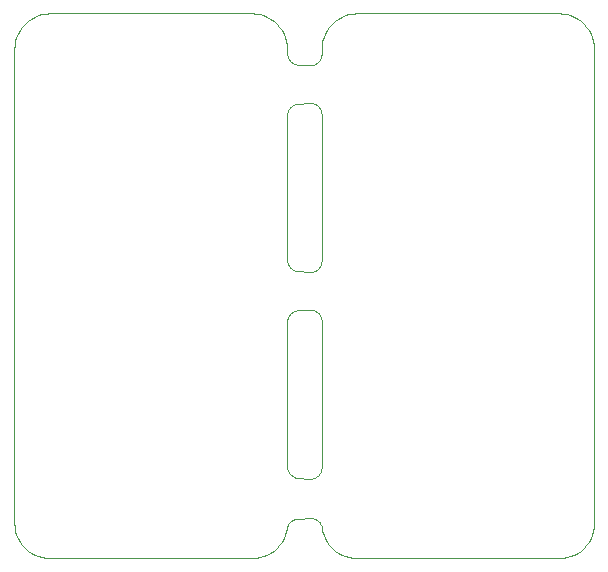
<source format=gko>
%MOIN*%
%OFA0B0*%
%FSLAX36Y36*%
%IPPOS*%
%LPD*%
%ADD10C,0*%
D10*
X000946910Y000132789D02*
X000946910Y000132789D01*
X000947442Y000135384D01*
X000948147Y000137938D01*
X000949022Y000140439D01*
X000950063Y000142876D01*
X000951266Y000145237D01*
X000952624Y000147511D01*
X000954133Y000149689D01*
X000955785Y000151761D01*
X000957572Y000153717D01*
X000959487Y000155548D01*
X000961521Y000157246D01*
X000963664Y000158804D01*
X000965908Y000160213D01*
X000968241Y000161469D01*
X000970653Y000162565D01*
X000973133Y000163497D01*
X000975671Y000164259D01*
X000978254Y000164849D01*
X000980871Y000165264D01*
X000983510Y000165502D01*
X001023878Y000167776D01*
X001026748Y000167833D01*
X001029615Y000167681D01*
X001032463Y000167320D01*
X001035277Y000166752D01*
X001038043Y000165981D01*
X001040745Y000165010D01*
X001043369Y000163845D01*
X001045901Y000162492D01*
X001048328Y000160958D01*
X001050636Y000159251D01*
X001052814Y000157381D01*
X001054850Y000155357D01*
X001056733Y000153189D01*
X001058453Y000150891D01*
X001060001Y000148473D01*
X001061369Y000145948D01*
X001062549Y000143331D01*
X001063535Y000140635D01*
X001064322Y000137874D01*
X001064906Y000135063D01*
X001064906Y000135063D01*
X001066582Y000125197D01*
X001070249Y000112470D01*
X001075318Y000100233D01*
X001081724Y000088640D01*
X001089389Y000077838D01*
X001098214Y000067962D01*
X001108091Y000059136D01*
X001118893Y000051472D01*
X001130485Y000045065D01*
X001142722Y000039996D01*
X001155449Y000036330D01*
X001168507Y000034111D01*
X001181731Y000033368D01*
X001854093Y000033368D01*
X001867318Y000034111D01*
X001880376Y000036330D01*
X001893103Y000039996D01*
X001905339Y000045065D01*
X001916932Y000051472D01*
X001927734Y000059136D01*
X001937610Y000067962D01*
X001946436Y000077838D01*
X001954100Y000088640D01*
X001960507Y000100233D01*
X001965576Y000112470D01*
X001969242Y000125197D01*
X001971461Y000138255D01*
X001972203Y000151479D01*
X001972203Y001731578D01*
X001971461Y001744802D01*
X001969242Y001757860D01*
X001965576Y001770587D01*
X001960507Y001782824D01*
X001954100Y001794416D01*
X001946436Y001805218D01*
X001937610Y001815094D01*
X001927734Y001823920D01*
X001916932Y001831585D01*
X001905339Y001837992D01*
X001893103Y001843060D01*
X001880376Y001846727D01*
X001867318Y001848946D01*
X001854093Y001849688D01*
X001181731Y001849688D01*
X001168507Y001848946D01*
X001155449Y001846727D01*
X001142722Y001843060D01*
X001130485Y001837992D01*
X001118893Y001831585D01*
X001108091Y001823920D01*
X001098214Y001815094D01*
X001089389Y001805218D01*
X001081724Y001794416D01*
X001075318Y001782824D01*
X001070249Y001770587D01*
X001066582Y001757860D01*
X001064364Y001744802D01*
X001063621Y001731578D01*
X001063621Y001716093D01*
X001063489Y001712874D01*
X001063095Y001709676D01*
X001062440Y001706521D01*
X001061529Y001703431D01*
X001060369Y001700425D01*
X001058967Y001697524D01*
X001057332Y001694748D01*
X001055476Y001692114D01*
X001053411Y001689641D01*
X001051150Y001687345D01*
X001048709Y001685242D01*
X001046105Y001683345D01*
X001043354Y001681668D01*
X001040475Y001680221D01*
X001037487Y001679015D01*
X001034411Y001678057D01*
X001031267Y001677353D01*
X001028076Y001676909D01*
X001024859Y001676728D01*
X001021638Y001676810D01*
X000985338Y001679225D01*
X000982394Y001679532D01*
X000979480Y001680060D01*
X000976615Y001680805D01*
X000973814Y001681764D01*
X000971093Y001682930D01*
X000968467Y001684298D01*
X000965951Y001685859D01*
X000963560Y001687604D01*
X000961306Y001689525D01*
X000959204Y001691609D01*
X000957263Y001693845D01*
X000955497Y001696221D01*
X000953914Y001698723D01*
X000952523Y001701337D01*
X000951333Y001704048D01*
X000950350Y001706840D01*
X000949580Y001709699D01*
X000949026Y001712608D01*
X000948693Y001715549D01*
X000948581Y001718508D01*
X000948581Y001731653D01*
X000947839Y001744877D01*
X000945620Y001757935D01*
X000941953Y001770662D01*
X000936885Y001782899D01*
X000930478Y001794491D01*
X000922814Y001805293D01*
X000913988Y001815169D01*
X000904112Y001823995D01*
X000893310Y001831660D01*
X000881717Y001838066D01*
X000869481Y001843135D01*
X000856753Y001846802D01*
X000843696Y001849020D01*
X000830471Y001849763D01*
X000158109Y001849763D01*
X000144885Y001849020D01*
X000131827Y001846802D01*
X000119100Y001843135D01*
X000106863Y001838066D01*
X000095271Y001831660D01*
X000084469Y001823995D01*
X000074592Y001815169D01*
X000065767Y001805293D01*
X000058102Y001794491D01*
X000051696Y001782899D01*
X000046627Y001770662D01*
X000042960Y001757935D01*
X000040742Y001744877D01*
X000039999Y001731653D01*
X000039999Y000151479D01*
X000039999Y000151479D01*
X000040742Y000138255D01*
X000042960Y000125197D01*
X000046627Y000112470D01*
X000051696Y000100233D01*
X000058102Y000088640D01*
X000065767Y000077838D01*
X000074592Y000067962D01*
X000084469Y000059136D01*
X000095271Y000051472D01*
X000106863Y000045065D01*
X000119100Y000039996D01*
X000131827Y000036330D01*
X000144885Y000034111D01*
X000158109Y000033368D01*
X000830471Y000033368D01*
X000843696Y000034111D01*
X000856753Y000036330D01*
X000869481Y000039996D01*
X000881717Y000045065D01*
X000893310Y000051472D01*
X000904112Y000059136D01*
X000913988Y000067962D01*
X000922814Y000077838D01*
X000930478Y000088640D01*
X000936885Y000100233D01*
X000941953Y000112470D01*
X000945620Y000125197D01*
X000946910Y000132789D01*
X001063621Y000338140D02*
X001063621Y000338140D01*
X001063489Y000334921D01*
X001063095Y000331723D01*
X001062440Y000328569D01*
X001061529Y000325478D01*
X001060369Y000322472D01*
X001058967Y000319571D01*
X001057332Y000316795D01*
X001055476Y000314161D01*
X001053411Y000311688D01*
X001051150Y000309392D01*
X001048709Y000307289D01*
X001046105Y000305393D01*
X001043354Y000303715D01*
X001040475Y000302269D01*
X001037487Y000301062D01*
X001034411Y000300104D01*
X001031267Y000299400D01*
X001028076Y000298957D01*
X001024859Y000298775D01*
X001021638Y000298857D01*
X000985338Y000301272D01*
X000982394Y000301579D01*
X000979480Y000302107D01*
X000976615Y000302853D01*
X000973814Y000303811D01*
X000971093Y000304977D01*
X000968467Y000306345D01*
X000965951Y000307906D01*
X000963560Y000309652D01*
X000961306Y000311572D01*
X000959204Y000313656D01*
X000957263Y000315893D01*
X000955497Y000318268D01*
X000953914Y000320770D01*
X000952523Y000323384D01*
X000951333Y000326095D01*
X000950350Y000328888D01*
X000949580Y000331746D01*
X000949026Y000334655D01*
X000948693Y000337597D01*
X000948581Y000340555D01*
X000948581Y000820861D01*
X000948693Y000823820D01*
X000949026Y000826762D01*
X000949580Y000829670D01*
X000950350Y000832529D01*
X000951333Y000835321D01*
X000952523Y000838032D01*
X000953914Y000840646D01*
X000955497Y000843148D01*
X000957263Y000845524D01*
X000959204Y000847760D01*
X000961306Y000849844D01*
X000963560Y000851765D01*
X000965951Y000853510D01*
X000968467Y000855071D01*
X000971093Y000856439D01*
X000973814Y000857605D01*
X000976615Y000858564D01*
X000979480Y000859309D01*
X000982394Y000859837D01*
X000985338Y000860144D01*
X001021638Y000862559D01*
X001024859Y000862641D01*
X001028076Y000862460D01*
X001031267Y000862016D01*
X001034411Y000861312D01*
X001037487Y000860354D01*
X001040475Y000859148D01*
X001043354Y000857701D01*
X001046105Y000856024D01*
X001048709Y000854127D01*
X001051150Y000852024D01*
X001053411Y000849728D01*
X001055476Y000847255D01*
X001057332Y000844622D01*
X001058967Y000841845D01*
X001060369Y000838944D01*
X001061529Y000835938D01*
X001062440Y000832848D01*
X001063095Y000829693D01*
X001063489Y000826495D01*
X001063621Y000823276D01*
X001063621Y000338140D01*
X000948581Y001509837D02*
X000948581Y001509837D01*
X000948693Y001512796D01*
X000949026Y001515738D01*
X000949580Y001518646D01*
X000950350Y001521505D01*
X000951333Y001524298D01*
X000952523Y001527009D01*
X000953914Y001529622D01*
X000955497Y001532124D01*
X000957263Y001534500D01*
X000959204Y001536737D01*
X000961306Y001538821D01*
X000963560Y001540741D01*
X000965951Y001542487D01*
X000968467Y001544048D01*
X000971093Y001545415D01*
X000973814Y001546582D01*
X000976615Y001547540D01*
X000979480Y001548285D01*
X000982394Y001548813D01*
X000985338Y001549121D01*
X001021638Y001551536D01*
X001024859Y001551618D01*
X001028076Y001551436D01*
X001031267Y001550992D01*
X001034411Y001550289D01*
X001037487Y001549331D01*
X001040475Y001548124D01*
X001043354Y001546677D01*
X001046105Y001545000D01*
X001048709Y001543104D01*
X001051150Y001541000D01*
X001053411Y001538704D01*
X001055476Y001536232D01*
X001057332Y001533598D01*
X001058967Y001530821D01*
X001060369Y001527921D01*
X001061529Y001524915D01*
X001062440Y001521824D01*
X001063095Y001518669D01*
X001063489Y001515472D01*
X001063621Y001512252D01*
X001063621Y001027117D01*
X001063489Y001023897D01*
X001063095Y001020700D01*
X001062440Y001017545D01*
X001061529Y001014454D01*
X001060369Y001011449D01*
X001058967Y001008548D01*
X001057332Y001005771D01*
X001055476Y001003138D01*
X001053411Y001000665D01*
X001051150Y000998369D01*
X001048709Y000996266D01*
X001046105Y000994369D01*
X001043354Y000992692D01*
X001040475Y000991245D01*
X001037487Y000990038D01*
X001034411Y000989080D01*
X001031267Y000988377D01*
X001028076Y000987933D01*
X001024859Y000987751D01*
X001021638Y000987834D01*
X000985338Y000990248D01*
X000982394Y000990556D01*
X000979480Y000991084D01*
X000976615Y000991829D01*
X000973814Y000992787D01*
X000971093Y000993954D01*
X000968467Y000995321D01*
X000965951Y000996882D01*
X000963560Y000998628D01*
X000961306Y001000548D01*
X000959204Y001002633D01*
X000957263Y001004869D01*
X000955497Y001007245D01*
X000953914Y001009747D01*
X000952523Y001012361D01*
X000951333Y001015071D01*
X000950350Y001017864D01*
X000949580Y001020723D01*
X000949026Y001023631D01*
X000948693Y001026573D01*
X000948581Y001029532D01*
X000948581Y001509837D01*
M02*
</source>
